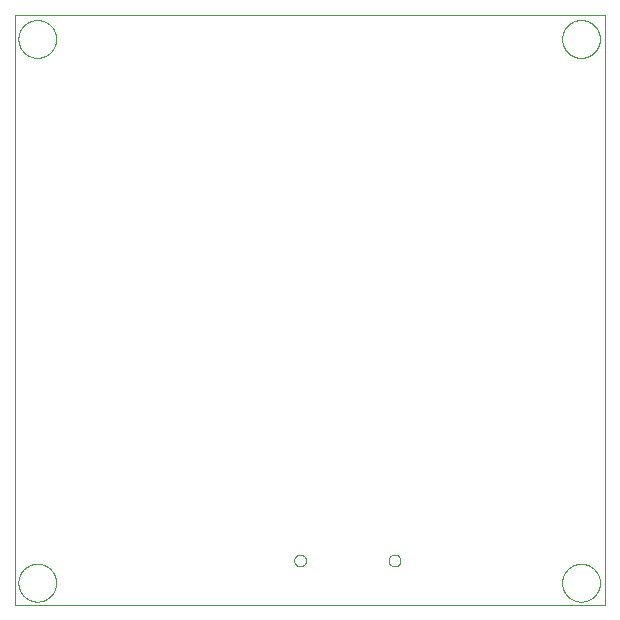
<source format=gtp>
G75*
%MOIN*%
%OFA0B0*%
%FSLAX25Y25*%
%IPPOS*%
%LPD*%
%AMOC8*
5,1,8,0,0,1.08239X$1,22.5*
%
%ADD10C,0.00000*%
D10*
X0010043Y0001800D02*
X0010043Y0198650D01*
X0206893Y0198650D01*
X0206893Y0001800D01*
X0010043Y0001800D01*
X0011244Y0009300D02*
X0011246Y0009458D01*
X0011252Y0009616D01*
X0011262Y0009774D01*
X0011276Y0009932D01*
X0011294Y0010089D01*
X0011315Y0010246D01*
X0011341Y0010402D01*
X0011371Y0010558D01*
X0011404Y0010713D01*
X0011442Y0010866D01*
X0011483Y0011019D01*
X0011528Y0011171D01*
X0011577Y0011322D01*
X0011630Y0011471D01*
X0011686Y0011619D01*
X0011746Y0011765D01*
X0011810Y0011910D01*
X0011878Y0012053D01*
X0011949Y0012195D01*
X0012023Y0012335D01*
X0012101Y0012472D01*
X0012183Y0012608D01*
X0012267Y0012742D01*
X0012356Y0012873D01*
X0012447Y0013002D01*
X0012542Y0013129D01*
X0012639Y0013254D01*
X0012740Y0013376D01*
X0012844Y0013495D01*
X0012951Y0013612D01*
X0013061Y0013726D01*
X0013174Y0013837D01*
X0013289Y0013946D01*
X0013407Y0014051D01*
X0013528Y0014153D01*
X0013651Y0014253D01*
X0013777Y0014349D01*
X0013905Y0014442D01*
X0014035Y0014532D01*
X0014168Y0014618D01*
X0014303Y0014702D01*
X0014439Y0014781D01*
X0014578Y0014858D01*
X0014719Y0014930D01*
X0014861Y0015000D01*
X0015005Y0015065D01*
X0015151Y0015127D01*
X0015298Y0015185D01*
X0015447Y0015240D01*
X0015597Y0015291D01*
X0015748Y0015338D01*
X0015900Y0015381D01*
X0016053Y0015420D01*
X0016208Y0015456D01*
X0016363Y0015487D01*
X0016519Y0015515D01*
X0016675Y0015539D01*
X0016832Y0015559D01*
X0016990Y0015575D01*
X0017147Y0015587D01*
X0017306Y0015595D01*
X0017464Y0015599D01*
X0017622Y0015599D01*
X0017780Y0015595D01*
X0017939Y0015587D01*
X0018096Y0015575D01*
X0018254Y0015559D01*
X0018411Y0015539D01*
X0018567Y0015515D01*
X0018723Y0015487D01*
X0018878Y0015456D01*
X0019033Y0015420D01*
X0019186Y0015381D01*
X0019338Y0015338D01*
X0019489Y0015291D01*
X0019639Y0015240D01*
X0019788Y0015185D01*
X0019935Y0015127D01*
X0020081Y0015065D01*
X0020225Y0015000D01*
X0020367Y0014930D01*
X0020508Y0014858D01*
X0020647Y0014781D01*
X0020783Y0014702D01*
X0020918Y0014618D01*
X0021051Y0014532D01*
X0021181Y0014442D01*
X0021309Y0014349D01*
X0021435Y0014253D01*
X0021558Y0014153D01*
X0021679Y0014051D01*
X0021797Y0013946D01*
X0021912Y0013837D01*
X0022025Y0013726D01*
X0022135Y0013612D01*
X0022242Y0013495D01*
X0022346Y0013376D01*
X0022447Y0013254D01*
X0022544Y0013129D01*
X0022639Y0013002D01*
X0022730Y0012873D01*
X0022819Y0012742D01*
X0022903Y0012608D01*
X0022985Y0012472D01*
X0023063Y0012335D01*
X0023137Y0012195D01*
X0023208Y0012053D01*
X0023276Y0011910D01*
X0023340Y0011765D01*
X0023400Y0011619D01*
X0023456Y0011471D01*
X0023509Y0011322D01*
X0023558Y0011171D01*
X0023603Y0011019D01*
X0023644Y0010866D01*
X0023682Y0010713D01*
X0023715Y0010558D01*
X0023745Y0010402D01*
X0023771Y0010246D01*
X0023792Y0010089D01*
X0023810Y0009932D01*
X0023824Y0009774D01*
X0023834Y0009616D01*
X0023840Y0009458D01*
X0023842Y0009300D01*
X0023840Y0009142D01*
X0023834Y0008984D01*
X0023824Y0008826D01*
X0023810Y0008668D01*
X0023792Y0008511D01*
X0023771Y0008354D01*
X0023745Y0008198D01*
X0023715Y0008042D01*
X0023682Y0007887D01*
X0023644Y0007734D01*
X0023603Y0007581D01*
X0023558Y0007429D01*
X0023509Y0007278D01*
X0023456Y0007129D01*
X0023400Y0006981D01*
X0023340Y0006835D01*
X0023276Y0006690D01*
X0023208Y0006547D01*
X0023137Y0006405D01*
X0023063Y0006265D01*
X0022985Y0006128D01*
X0022903Y0005992D01*
X0022819Y0005858D01*
X0022730Y0005727D01*
X0022639Y0005598D01*
X0022544Y0005471D01*
X0022447Y0005346D01*
X0022346Y0005224D01*
X0022242Y0005105D01*
X0022135Y0004988D01*
X0022025Y0004874D01*
X0021912Y0004763D01*
X0021797Y0004654D01*
X0021679Y0004549D01*
X0021558Y0004447D01*
X0021435Y0004347D01*
X0021309Y0004251D01*
X0021181Y0004158D01*
X0021051Y0004068D01*
X0020918Y0003982D01*
X0020783Y0003898D01*
X0020647Y0003819D01*
X0020508Y0003742D01*
X0020367Y0003670D01*
X0020225Y0003600D01*
X0020081Y0003535D01*
X0019935Y0003473D01*
X0019788Y0003415D01*
X0019639Y0003360D01*
X0019489Y0003309D01*
X0019338Y0003262D01*
X0019186Y0003219D01*
X0019033Y0003180D01*
X0018878Y0003144D01*
X0018723Y0003113D01*
X0018567Y0003085D01*
X0018411Y0003061D01*
X0018254Y0003041D01*
X0018096Y0003025D01*
X0017939Y0003013D01*
X0017780Y0003005D01*
X0017622Y0003001D01*
X0017464Y0003001D01*
X0017306Y0003005D01*
X0017147Y0003013D01*
X0016990Y0003025D01*
X0016832Y0003041D01*
X0016675Y0003061D01*
X0016519Y0003085D01*
X0016363Y0003113D01*
X0016208Y0003144D01*
X0016053Y0003180D01*
X0015900Y0003219D01*
X0015748Y0003262D01*
X0015597Y0003309D01*
X0015447Y0003360D01*
X0015298Y0003415D01*
X0015151Y0003473D01*
X0015005Y0003535D01*
X0014861Y0003600D01*
X0014719Y0003670D01*
X0014578Y0003742D01*
X0014439Y0003819D01*
X0014303Y0003898D01*
X0014168Y0003982D01*
X0014035Y0004068D01*
X0013905Y0004158D01*
X0013777Y0004251D01*
X0013651Y0004347D01*
X0013528Y0004447D01*
X0013407Y0004549D01*
X0013289Y0004654D01*
X0013174Y0004763D01*
X0013061Y0004874D01*
X0012951Y0004988D01*
X0012844Y0005105D01*
X0012740Y0005224D01*
X0012639Y0005346D01*
X0012542Y0005471D01*
X0012447Y0005598D01*
X0012356Y0005727D01*
X0012267Y0005858D01*
X0012183Y0005992D01*
X0012101Y0006128D01*
X0012023Y0006265D01*
X0011949Y0006405D01*
X0011878Y0006547D01*
X0011810Y0006690D01*
X0011746Y0006835D01*
X0011686Y0006981D01*
X0011630Y0007129D01*
X0011577Y0007278D01*
X0011528Y0007429D01*
X0011483Y0007581D01*
X0011442Y0007734D01*
X0011404Y0007887D01*
X0011371Y0008042D01*
X0011341Y0008198D01*
X0011315Y0008354D01*
X0011294Y0008511D01*
X0011276Y0008668D01*
X0011262Y0008826D01*
X0011252Y0008984D01*
X0011246Y0009142D01*
X0011244Y0009300D01*
X0103172Y0016692D02*
X0103174Y0016780D01*
X0103180Y0016868D01*
X0103190Y0016956D01*
X0103204Y0017044D01*
X0103221Y0017130D01*
X0103243Y0017216D01*
X0103268Y0017300D01*
X0103298Y0017384D01*
X0103330Y0017466D01*
X0103367Y0017546D01*
X0103407Y0017625D01*
X0103451Y0017702D01*
X0103498Y0017777D01*
X0103548Y0017849D01*
X0103602Y0017920D01*
X0103658Y0017987D01*
X0103718Y0018053D01*
X0103780Y0018115D01*
X0103846Y0018175D01*
X0103913Y0018231D01*
X0103984Y0018285D01*
X0104056Y0018335D01*
X0104131Y0018382D01*
X0104208Y0018426D01*
X0104287Y0018466D01*
X0104367Y0018503D01*
X0104449Y0018535D01*
X0104533Y0018565D01*
X0104617Y0018590D01*
X0104703Y0018612D01*
X0104789Y0018629D01*
X0104877Y0018643D01*
X0104965Y0018653D01*
X0105053Y0018659D01*
X0105141Y0018661D01*
X0105229Y0018659D01*
X0105317Y0018653D01*
X0105405Y0018643D01*
X0105493Y0018629D01*
X0105579Y0018612D01*
X0105665Y0018590D01*
X0105749Y0018565D01*
X0105833Y0018535D01*
X0105915Y0018503D01*
X0105995Y0018466D01*
X0106074Y0018426D01*
X0106151Y0018382D01*
X0106226Y0018335D01*
X0106298Y0018285D01*
X0106369Y0018231D01*
X0106436Y0018175D01*
X0106502Y0018115D01*
X0106564Y0018053D01*
X0106624Y0017987D01*
X0106680Y0017920D01*
X0106734Y0017849D01*
X0106784Y0017777D01*
X0106831Y0017702D01*
X0106875Y0017625D01*
X0106915Y0017546D01*
X0106952Y0017466D01*
X0106984Y0017384D01*
X0107014Y0017300D01*
X0107039Y0017216D01*
X0107061Y0017130D01*
X0107078Y0017044D01*
X0107092Y0016956D01*
X0107102Y0016868D01*
X0107108Y0016780D01*
X0107110Y0016692D01*
X0107108Y0016604D01*
X0107102Y0016516D01*
X0107092Y0016428D01*
X0107078Y0016340D01*
X0107061Y0016254D01*
X0107039Y0016168D01*
X0107014Y0016084D01*
X0106984Y0016000D01*
X0106952Y0015918D01*
X0106915Y0015838D01*
X0106875Y0015759D01*
X0106831Y0015682D01*
X0106784Y0015607D01*
X0106734Y0015535D01*
X0106680Y0015464D01*
X0106624Y0015397D01*
X0106564Y0015331D01*
X0106502Y0015269D01*
X0106436Y0015209D01*
X0106369Y0015153D01*
X0106298Y0015099D01*
X0106226Y0015049D01*
X0106151Y0015002D01*
X0106074Y0014958D01*
X0105995Y0014918D01*
X0105915Y0014881D01*
X0105833Y0014849D01*
X0105749Y0014819D01*
X0105665Y0014794D01*
X0105579Y0014772D01*
X0105493Y0014755D01*
X0105405Y0014741D01*
X0105317Y0014731D01*
X0105229Y0014725D01*
X0105141Y0014723D01*
X0105053Y0014725D01*
X0104965Y0014731D01*
X0104877Y0014741D01*
X0104789Y0014755D01*
X0104703Y0014772D01*
X0104617Y0014794D01*
X0104533Y0014819D01*
X0104449Y0014849D01*
X0104367Y0014881D01*
X0104287Y0014918D01*
X0104208Y0014958D01*
X0104131Y0015002D01*
X0104056Y0015049D01*
X0103984Y0015099D01*
X0103913Y0015153D01*
X0103846Y0015209D01*
X0103780Y0015269D01*
X0103718Y0015331D01*
X0103658Y0015397D01*
X0103602Y0015464D01*
X0103548Y0015535D01*
X0103498Y0015607D01*
X0103451Y0015682D01*
X0103407Y0015759D01*
X0103367Y0015838D01*
X0103330Y0015918D01*
X0103298Y0016000D01*
X0103268Y0016084D01*
X0103243Y0016168D01*
X0103221Y0016254D01*
X0103204Y0016340D01*
X0103190Y0016428D01*
X0103180Y0016516D01*
X0103174Y0016604D01*
X0103172Y0016692D01*
X0134668Y0016692D02*
X0134670Y0016780D01*
X0134676Y0016868D01*
X0134686Y0016956D01*
X0134700Y0017044D01*
X0134717Y0017130D01*
X0134739Y0017216D01*
X0134764Y0017300D01*
X0134794Y0017384D01*
X0134826Y0017466D01*
X0134863Y0017546D01*
X0134903Y0017625D01*
X0134947Y0017702D01*
X0134994Y0017777D01*
X0135044Y0017849D01*
X0135098Y0017920D01*
X0135154Y0017987D01*
X0135214Y0018053D01*
X0135276Y0018115D01*
X0135342Y0018175D01*
X0135409Y0018231D01*
X0135480Y0018285D01*
X0135552Y0018335D01*
X0135627Y0018382D01*
X0135704Y0018426D01*
X0135783Y0018466D01*
X0135863Y0018503D01*
X0135945Y0018535D01*
X0136029Y0018565D01*
X0136113Y0018590D01*
X0136199Y0018612D01*
X0136285Y0018629D01*
X0136373Y0018643D01*
X0136461Y0018653D01*
X0136549Y0018659D01*
X0136637Y0018661D01*
X0136725Y0018659D01*
X0136813Y0018653D01*
X0136901Y0018643D01*
X0136989Y0018629D01*
X0137075Y0018612D01*
X0137161Y0018590D01*
X0137245Y0018565D01*
X0137329Y0018535D01*
X0137411Y0018503D01*
X0137491Y0018466D01*
X0137570Y0018426D01*
X0137647Y0018382D01*
X0137722Y0018335D01*
X0137794Y0018285D01*
X0137865Y0018231D01*
X0137932Y0018175D01*
X0137998Y0018115D01*
X0138060Y0018053D01*
X0138120Y0017987D01*
X0138176Y0017920D01*
X0138230Y0017849D01*
X0138280Y0017777D01*
X0138327Y0017702D01*
X0138371Y0017625D01*
X0138411Y0017546D01*
X0138448Y0017466D01*
X0138480Y0017384D01*
X0138510Y0017300D01*
X0138535Y0017216D01*
X0138557Y0017130D01*
X0138574Y0017044D01*
X0138588Y0016956D01*
X0138598Y0016868D01*
X0138604Y0016780D01*
X0138606Y0016692D01*
X0138604Y0016604D01*
X0138598Y0016516D01*
X0138588Y0016428D01*
X0138574Y0016340D01*
X0138557Y0016254D01*
X0138535Y0016168D01*
X0138510Y0016084D01*
X0138480Y0016000D01*
X0138448Y0015918D01*
X0138411Y0015838D01*
X0138371Y0015759D01*
X0138327Y0015682D01*
X0138280Y0015607D01*
X0138230Y0015535D01*
X0138176Y0015464D01*
X0138120Y0015397D01*
X0138060Y0015331D01*
X0137998Y0015269D01*
X0137932Y0015209D01*
X0137865Y0015153D01*
X0137794Y0015099D01*
X0137722Y0015049D01*
X0137647Y0015002D01*
X0137570Y0014958D01*
X0137491Y0014918D01*
X0137411Y0014881D01*
X0137329Y0014849D01*
X0137245Y0014819D01*
X0137161Y0014794D01*
X0137075Y0014772D01*
X0136989Y0014755D01*
X0136901Y0014741D01*
X0136813Y0014731D01*
X0136725Y0014725D01*
X0136637Y0014723D01*
X0136549Y0014725D01*
X0136461Y0014731D01*
X0136373Y0014741D01*
X0136285Y0014755D01*
X0136199Y0014772D01*
X0136113Y0014794D01*
X0136029Y0014819D01*
X0135945Y0014849D01*
X0135863Y0014881D01*
X0135783Y0014918D01*
X0135704Y0014958D01*
X0135627Y0015002D01*
X0135552Y0015049D01*
X0135480Y0015099D01*
X0135409Y0015153D01*
X0135342Y0015209D01*
X0135276Y0015269D01*
X0135214Y0015331D01*
X0135154Y0015397D01*
X0135098Y0015464D01*
X0135044Y0015535D01*
X0134994Y0015607D01*
X0134947Y0015682D01*
X0134903Y0015759D01*
X0134863Y0015838D01*
X0134826Y0015918D01*
X0134794Y0016000D01*
X0134764Y0016084D01*
X0134739Y0016168D01*
X0134717Y0016254D01*
X0134700Y0016340D01*
X0134686Y0016428D01*
X0134676Y0016516D01*
X0134670Y0016604D01*
X0134668Y0016692D01*
X0192494Y0009300D02*
X0192496Y0009458D01*
X0192502Y0009616D01*
X0192512Y0009774D01*
X0192526Y0009932D01*
X0192544Y0010089D01*
X0192565Y0010246D01*
X0192591Y0010402D01*
X0192621Y0010558D01*
X0192654Y0010713D01*
X0192692Y0010866D01*
X0192733Y0011019D01*
X0192778Y0011171D01*
X0192827Y0011322D01*
X0192880Y0011471D01*
X0192936Y0011619D01*
X0192996Y0011765D01*
X0193060Y0011910D01*
X0193128Y0012053D01*
X0193199Y0012195D01*
X0193273Y0012335D01*
X0193351Y0012472D01*
X0193433Y0012608D01*
X0193517Y0012742D01*
X0193606Y0012873D01*
X0193697Y0013002D01*
X0193792Y0013129D01*
X0193889Y0013254D01*
X0193990Y0013376D01*
X0194094Y0013495D01*
X0194201Y0013612D01*
X0194311Y0013726D01*
X0194424Y0013837D01*
X0194539Y0013946D01*
X0194657Y0014051D01*
X0194778Y0014153D01*
X0194901Y0014253D01*
X0195027Y0014349D01*
X0195155Y0014442D01*
X0195285Y0014532D01*
X0195418Y0014618D01*
X0195553Y0014702D01*
X0195689Y0014781D01*
X0195828Y0014858D01*
X0195969Y0014930D01*
X0196111Y0015000D01*
X0196255Y0015065D01*
X0196401Y0015127D01*
X0196548Y0015185D01*
X0196697Y0015240D01*
X0196847Y0015291D01*
X0196998Y0015338D01*
X0197150Y0015381D01*
X0197303Y0015420D01*
X0197458Y0015456D01*
X0197613Y0015487D01*
X0197769Y0015515D01*
X0197925Y0015539D01*
X0198082Y0015559D01*
X0198240Y0015575D01*
X0198397Y0015587D01*
X0198556Y0015595D01*
X0198714Y0015599D01*
X0198872Y0015599D01*
X0199030Y0015595D01*
X0199189Y0015587D01*
X0199346Y0015575D01*
X0199504Y0015559D01*
X0199661Y0015539D01*
X0199817Y0015515D01*
X0199973Y0015487D01*
X0200128Y0015456D01*
X0200283Y0015420D01*
X0200436Y0015381D01*
X0200588Y0015338D01*
X0200739Y0015291D01*
X0200889Y0015240D01*
X0201038Y0015185D01*
X0201185Y0015127D01*
X0201331Y0015065D01*
X0201475Y0015000D01*
X0201617Y0014930D01*
X0201758Y0014858D01*
X0201897Y0014781D01*
X0202033Y0014702D01*
X0202168Y0014618D01*
X0202301Y0014532D01*
X0202431Y0014442D01*
X0202559Y0014349D01*
X0202685Y0014253D01*
X0202808Y0014153D01*
X0202929Y0014051D01*
X0203047Y0013946D01*
X0203162Y0013837D01*
X0203275Y0013726D01*
X0203385Y0013612D01*
X0203492Y0013495D01*
X0203596Y0013376D01*
X0203697Y0013254D01*
X0203794Y0013129D01*
X0203889Y0013002D01*
X0203980Y0012873D01*
X0204069Y0012742D01*
X0204153Y0012608D01*
X0204235Y0012472D01*
X0204313Y0012335D01*
X0204387Y0012195D01*
X0204458Y0012053D01*
X0204526Y0011910D01*
X0204590Y0011765D01*
X0204650Y0011619D01*
X0204706Y0011471D01*
X0204759Y0011322D01*
X0204808Y0011171D01*
X0204853Y0011019D01*
X0204894Y0010866D01*
X0204932Y0010713D01*
X0204965Y0010558D01*
X0204995Y0010402D01*
X0205021Y0010246D01*
X0205042Y0010089D01*
X0205060Y0009932D01*
X0205074Y0009774D01*
X0205084Y0009616D01*
X0205090Y0009458D01*
X0205092Y0009300D01*
X0205090Y0009142D01*
X0205084Y0008984D01*
X0205074Y0008826D01*
X0205060Y0008668D01*
X0205042Y0008511D01*
X0205021Y0008354D01*
X0204995Y0008198D01*
X0204965Y0008042D01*
X0204932Y0007887D01*
X0204894Y0007734D01*
X0204853Y0007581D01*
X0204808Y0007429D01*
X0204759Y0007278D01*
X0204706Y0007129D01*
X0204650Y0006981D01*
X0204590Y0006835D01*
X0204526Y0006690D01*
X0204458Y0006547D01*
X0204387Y0006405D01*
X0204313Y0006265D01*
X0204235Y0006128D01*
X0204153Y0005992D01*
X0204069Y0005858D01*
X0203980Y0005727D01*
X0203889Y0005598D01*
X0203794Y0005471D01*
X0203697Y0005346D01*
X0203596Y0005224D01*
X0203492Y0005105D01*
X0203385Y0004988D01*
X0203275Y0004874D01*
X0203162Y0004763D01*
X0203047Y0004654D01*
X0202929Y0004549D01*
X0202808Y0004447D01*
X0202685Y0004347D01*
X0202559Y0004251D01*
X0202431Y0004158D01*
X0202301Y0004068D01*
X0202168Y0003982D01*
X0202033Y0003898D01*
X0201897Y0003819D01*
X0201758Y0003742D01*
X0201617Y0003670D01*
X0201475Y0003600D01*
X0201331Y0003535D01*
X0201185Y0003473D01*
X0201038Y0003415D01*
X0200889Y0003360D01*
X0200739Y0003309D01*
X0200588Y0003262D01*
X0200436Y0003219D01*
X0200283Y0003180D01*
X0200128Y0003144D01*
X0199973Y0003113D01*
X0199817Y0003085D01*
X0199661Y0003061D01*
X0199504Y0003041D01*
X0199346Y0003025D01*
X0199189Y0003013D01*
X0199030Y0003005D01*
X0198872Y0003001D01*
X0198714Y0003001D01*
X0198556Y0003005D01*
X0198397Y0003013D01*
X0198240Y0003025D01*
X0198082Y0003041D01*
X0197925Y0003061D01*
X0197769Y0003085D01*
X0197613Y0003113D01*
X0197458Y0003144D01*
X0197303Y0003180D01*
X0197150Y0003219D01*
X0196998Y0003262D01*
X0196847Y0003309D01*
X0196697Y0003360D01*
X0196548Y0003415D01*
X0196401Y0003473D01*
X0196255Y0003535D01*
X0196111Y0003600D01*
X0195969Y0003670D01*
X0195828Y0003742D01*
X0195689Y0003819D01*
X0195553Y0003898D01*
X0195418Y0003982D01*
X0195285Y0004068D01*
X0195155Y0004158D01*
X0195027Y0004251D01*
X0194901Y0004347D01*
X0194778Y0004447D01*
X0194657Y0004549D01*
X0194539Y0004654D01*
X0194424Y0004763D01*
X0194311Y0004874D01*
X0194201Y0004988D01*
X0194094Y0005105D01*
X0193990Y0005224D01*
X0193889Y0005346D01*
X0193792Y0005471D01*
X0193697Y0005598D01*
X0193606Y0005727D01*
X0193517Y0005858D01*
X0193433Y0005992D01*
X0193351Y0006128D01*
X0193273Y0006265D01*
X0193199Y0006405D01*
X0193128Y0006547D01*
X0193060Y0006690D01*
X0192996Y0006835D01*
X0192936Y0006981D01*
X0192880Y0007129D01*
X0192827Y0007278D01*
X0192778Y0007429D01*
X0192733Y0007581D01*
X0192692Y0007734D01*
X0192654Y0007887D01*
X0192621Y0008042D01*
X0192591Y0008198D01*
X0192565Y0008354D01*
X0192544Y0008511D01*
X0192526Y0008668D01*
X0192512Y0008826D01*
X0192502Y0008984D01*
X0192496Y0009142D01*
X0192494Y0009300D01*
X0192494Y0190550D02*
X0192496Y0190708D01*
X0192502Y0190866D01*
X0192512Y0191024D01*
X0192526Y0191182D01*
X0192544Y0191339D01*
X0192565Y0191496D01*
X0192591Y0191652D01*
X0192621Y0191808D01*
X0192654Y0191963D01*
X0192692Y0192116D01*
X0192733Y0192269D01*
X0192778Y0192421D01*
X0192827Y0192572D01*
X0192880Y0192721D01*
X0192936Y0192869D01*
X0192996Y0193015D01*
X0193060Y0193160D01*
X0193128Y0193303D01*
X0193199Y0193445D01*
X0193273Y0193585D01*
X0193351Y0193722D01*
X0193433Y0193858D01*
X0193517Y0193992D01*
X0193606Y0194123D01*
X0193697Y0194252D01*
X0193792Y0194379D01*
X0193889Y0194504D01*
X0193990Y0194626D01*
X0194094Y0194745D01*
X0194201Y0194862D01*
X0194311Y0194976D01*
X0194424Y0195087D01*
X0194539Y0195196D01*
X0194657Y0195301D01*
X0194778Y0195403D01*
X0194901Y0195503D01*
X0195027Y0195599D01*
X0195155Y0195692D01*
X0195285Y0195782D01*
X0195418Y0195868D01*
X0195553Y0195952D01*
X0195689Y0196031D01*
X0195828Y0196108D01*
X0195969Y0196180D01*
X0196111Y0196250D01*
X0196255Y0196315D01*
X0196401Y0196377D01*
X0196548Y0196435D01*
X0196697Y0196490D01*
X0196847Y0196541D01*
X0196998Y0196588D01*
X0197150Y0196631D01*
X0197303Y0196670D01*
X0197458Y0196706D01*
X0197613Y0196737D01*
X0197769Y0196765D01*
X0197925Y0196789D01*
X0198082Y0196809D01*
X0198240Y0196825D01*
X0198397Y0196837D01*
X0198556Y0196845D01*
X0198714Y0196849D01*
X0198872Y0196849D01*
X0199030Y0196845D01*
X0199189Y0196837D01*
X0199346Y0196825D01*
X0199504Y0196809D01*
X0199661Y0196789D01*
X0199817Y0196765D01*
X0199973Y0196737D01*
X0200128Y0196706D01*
X0200283Y0196670D01*
X0200436Y0196631D01*
X0200588Y0196588D01*
X0200739Y0196541D01*
X0200889Y0196490D01*
X0201038Y0196435D01*
X0201185Y0196377D01*
X0201331Y0196315D01*
X0201475Y0196250D01*
X0201617Y0196180D01*
X0201758Y0196108D01*
X0201897Y0196031D01*
X0202033Y0195952D01*
X0202168Y0195868D01*
X0202301Y0195782D01*
X0202431Y0195692D01*
X0202559Y0195599D01*
X0202685Y0195503D01*
X0202808Y0195403D01*
X0202929Y0195301D01*
X0203047Y0195196D01*
X0203162Y0195087D01*
X0203275Y0194976D01*
X0203385Y0194862D01*
X0203492Y0194745D01*
X0203596Y0194626D01*
X0203697Y0194504D01*
X0203794Y0194379D01*
X0203889Y0194252D01*
X0203980Y0194123D01*
X0204069Y0193992D01*
X0204153Y0193858D01*
X0204235Y0193722D01*
X0204313Y0193585D01*
X0204387Y0193445D01*
X0204458Y0193303D01*
X0204526Y0193160D01*
X0204590Y0193015D01*
X0204650Y0192869D01*
X0204706Y0192721D01*
X0204759Y0192572D01*
X0204808Y0192421D01*
X0204853Y0192269D01*
X0204894Y0192116D01*
X0204932Y0191963D01*
X0204965Y0191808D01*
X0204995Y0191652D01*
X0205021Y0191496D01*
X0205042Y0191339D01*
X0205060Y0191182D01*
X0205074Y0191024D01*
X0205084Y0190866D01*
X0205090Y0190708D01*
X0205092Y0190550D01*
X0205090Y0190392D01*
X0205084Y0190234D01*
X0205074Y0190076D01*
X0205060Y0189918D01*
X0205042Y0189761D01*
X0205021Y0189604D01*
X0204995Y0189448D01*
X0204965Y0189292D01*
X0204932Y0189137D01*
X0204894Y0188984D01*
X0204853Y0188831D01*
X0204808Y0188679D01*
X0204759Y0188528D01*
X0204706Y0188379D01*
X0204650Y0188231D01*
X0204590Y0188085D01*
X0204526Y0187940D01*
X0204458Y0187797D01*
X0204387Y0187655D01*
X0204313Y0187515D01*
X0204235Y0187378D01*
X0204153Y0187242D01*
X0204069Y0187108D01*
X0203980Y0186977D01*
X0203889Y0186848D01*
X0203794Y0186721D01*
X0203697Y0186596D01*
X0203596Y0186474D01*
X0203492Y0186355D01*
X0203385Y0186238D01*
X0203275Y0186124D01*
X0203162Y0186013D01*
X0203047Y0185904D01*
X0202929Y0185799D01*
X0202808Y0185697D01*
X0202685Y0185597D01*
X0202559Y0185501D01*
X0202431Y0185408D01*
X0202301Y0185318D01*
X0202168Y0185232D01*
X0202033Y0185148D01*
X0201897Y0185069D01*
X0201758Y0184992D01*
X0201617Y0184920D01*
X0201475Y0184850D01*
X0201331Y0184785D01*
X0201185Y0184723D01*
X0201038Y0184665D01*
X0200889Y0184610D01*
X0200739Y0184559D01*
X0200588Y0184512D01*
X0200436Y0184469D01*
X0200283Y0184430D01*
X0200128Y0184394D01*
X0199973Y0184363D01*
X0199817Y0184335D01*
X0199661Y0184311D01*
X0199504Y0184291D01*
X0199346Y0184275D01*
X0199189Y0184263D01*
X0199030Y0184255D01*
X0198872Y0184251D01*
X0198714Y0184251D01*
X0198556Y0184255D01*
X0198397Y0184263D01*
X0198240Y0184275D01*
X0198082Y0184291D01*
X0197925Y0184311D01*
X0197769Y0184335D01*
X0197613Y0184363D01*
X0197458Y0184394D01*
X0197303Y0184430D01*
X0197150Y0184469D01*
X0196998Y0184512D01*
X0196847Y0184559D01*
X0196697Y0184610D01*
X0196548Y0184665D01*
X0196401Y0184723D01*
X0196255Y0184785D01*
X0196111Y0184850D01*
X0195969Y0184920D01*
X0195828Y0184992D01*
X0195689Y0185069D01*
X0195553Y0185148D01*
X0195418Y0185232D01*
X0195285Y0185318D01*
X0195155Y0185408D01*
X0195027Y0185501D01*
X0194901Y0185597D01*
X0194778Y0185697D01*
X0194657Y0185799D01*
X0194539Y0185904D01*
X0194424Y0186013D01*
X0194311Y0186124D01*
X0194201Y0186238D01*
X0194094Y0186355D01*
X0193990Y0186474D01*
X0193889Y0186596D01*
X0193792Y0186721D01*
X0193697Y0186848D01*
X0193606Y0186977D01*
X0193517Y0187108D01*
X0193433Y0187242D01*
X0193351Y0187378D01*
X0193273Y0187515D01*
X0193199Y0187655D01*
X0193128Y0187797D01*
X0193060Y0187940D01*
X0192996Y0188085D01*
X0192936Y0188231D01*
X0192880Y0188379D01*
X0192827Y0188528D01*
X0192778Y0188679D01*
X0192733Y0188831D01*
X0192692Y0188984D01*
X0192654Y0189137D01*
X0192621Y0189292D01*
X0192591Y0189448D01*
X0192565Y0189604D01*
X0192544Y0189761D01*
X0192526Y0189918D01*
X0192512Y0190076D01*
X0192502Y0190234D01*
X0192496Y0190392D01*
X0192494Y0190550D01*
X0011244Y0190550D02*
X0011246Y0190708D01*
X0011252Y0190866D01*
X0011262Y0191024D01*
X0011276Y0191182D01*
X0011294Y0191339D01*
X0011315Y0191496D01*
X0011341Y0191652D01*
X0011371Y0191808D01*
X0011404Y0191963D01*
X0011442Y0192116D01*
X0011483Y0192269D01*
X0011528Y0192421D01*
X0011577Y0192572D01*
X0011630Y0192721D01*
X0011686Y0192869D01*
X0011746Y0193015D01*
X0011810Y0193160D01*
X0011878Y0193303D01*
X0011949Y0193445D01*
X0012023Y0193585D01*
X0012101Y0193722D01*
X0012183Y0193858D01*
X0012267Y0193992D01*
X0012356Y0194123D01*
X0012447Y0194252D01*
X0012542Y0194379D01*
X0012639Y0194504D01*
X0012740Y0194626D01*
X0012844Y0194745D01*
X0012951Y0194862D01*
X0013061Y0194976D01*
X0013174Y0195087D01*
X0013289Y0195196D01*
X0013407Y0195301D01*
X0013528Y0195403D01*
X0013651Y0195503D01*
X0013777Y0195599D01*
X0013905Y0195692D01*
X0014035Y0195782D01*
X0014168Y0195868D01*
X0014303Y0195952D01*
X0014439Y0196031D01*
X0014578Y0196108D01*
X0014719Y0196180D01*
X0014861Y0196250D01*
X0015005Y0196315D01*
X0015151Y0196377D01*
X0015298Y0196435D01*
X0015447Y0196490D01*
X0015597Y0196541D01*
X0015748Y0196588D01*
X0015900Y0196631D01*
X0016053Y0196670D01*
X0016208Y0196706D01*
X0016363Y0196737D01*
X0016519Y0196765D01*
X0016675Y0196789D01*
X0016832Y0196809D01*
X0016990Y0196825D01*
X0017147Y0196837D01*
X0017306Y0196845D01*
X0017464Y0196849D01*
X0017622Y0196849D01*
X0017780Y0196845D01*
X0017939Y0196837D01*
X0018096Y0196825D01*
X0018254Y0196809D01*
X0018411Y0196789D01*
X0018567Y0196765D01*
X0018723Y0196737D01*
X0018878Y0196706D01*
X0019033Y0196670D01*
X0019186Y0196631D01*
X0019338Y0196588D01*
X0019489Y0196541D01*
X0019639Y0196490D01*
X0019788Y0196435D01*
X0019935Y0196377D01*
X0020081Y0196315D01*
X0020225Y0196250D01*
X0020367Y0196180D01*
X0020508Y0196108D01*
X0020647Y0196031D01*
X0020783Y0195952D01*
X0020918Y0195868D01*
X0021051Y0195782D01*
X0021181Y0195692D01*
X0021309Y0195599D01*
X0021435Y0195503D01*
X0021558Y0195403D01*
X0021679Y0195301D01*
X0021797Y0195196D01*
X0021912Y0195087D01*
X0022025Y0194976D01*
X0022135Y0194862D01*
X0022242Y0194745D01*
X0022346Y0194626D01*
X0022447Y0194504D01*
X0022544Y0194379D01*
X0022639Y0194252D01*
X0022730Y0194123D01*
X0022819Y0193992D01*
X0022903Y0193858D01*
X0022985Y0193722D01*
X0023063Y0193585D01*
X0023137Y0193445D01*
X0023208Y0193303D01*
X0023276Y0193160D01*
X0023340Y0193015D01*
X0023400Y0192869D01*
X0023456Y0192721D01*
X0023509Y0192572D01*
X0023558Y0192421D01*
X0023603Y0192269D01*
X0023644Y0192116D01*
X0023682Y0191963D01*
X0023715Y0191808D01*
X0023745Y0191652D01*
X0023771Y0191496D01*
X0023792Y0191339D01*
X0023810Y0191182D01*
X0023824Y0191024D01*
X0023834Y0190866D01*
X0023840Y0190708D01*
X0023842Y0190550D01*
X0023840Y0190392D01*
X0023834Y0190234D01*
X0023824Y0190076D01*
X0023810Y0189918D01*
X0023792Y0189761D01*
X0023771Y0189604D01*
X0023745Y0189448D01*
X0023715Y0189292D01*
X0023682Y0189137D01*
X0023644Y0188984D01*
X0023603Y0188831D01*
X0023558Y0188679D01*
X0023509Y0188528D01*
X0023456Y0188379D01*
X0023400Y0188231D01*
X0023340Y0188085D01*
X0023276Y0187940D01*
X0023208Y0187797D01*
X0023137Y0187655D01*
X0023063Y0187515D01*
X0022985Y0187378D01*
X0022903Y0187242D01*
X0022819Y0187108D01*
X0022730Y0186977D01*
X0022639Y0186848D01*
X0022544Y0186721D01*
X0022447Y0186596D01*
X0022346Y0186474D01*
X0022242Y0186355D01*
X0022135Y0186238D01*
X0022025Y0186124D01*
X0021912Y0186013D01*
X0021797Y0185904D01*
X0021679Y0185799D01*
X0021558Y0185697D01*
X0021435Y0185597D01*
X0021309Y0185501D01*
X0021181Y0185408D01*
X0021051Y0185318D01*
X0020918Y0185232D01*
X0020783Y0185148D01*
X0020647Y0185069D01*
X0020508Y0184992D01*
X0020367Y0184920D01*
X0020225Y0184850D01*
X0020081Y0184785D01*
X0019935Y0184723D01*
X0019788Y0184665D01*
X0019639Y0184610D01*
X0019489Y0184559D01*
X0019338Y0184512D01*
X0019186Y0184469D01*
X0019033Y0184430D01*
X0018878Y0184394D01*
X0018723Y0184363D01*
X0018567Y0184335D01*
X0018411Y0184311D01*
X0018254Y0184291D01*
X0018096Y0184275D01*
X0017939Y0184263D01*
X0017780Y0184255D01*
X0017622Y0184251D01*
X0017464Y0184251D01*
X0017306Y0184255D01*
X0017147Y0184263D01*
X0016990Y0184275D01*
X0016832Y0184291D01*
X0016675Y0184311D01*
X0016519Y0184335D01*
X0016363Y0184363D01*
X0016208Y0184394D01*
X0016053Y0184430D01*
X0015900Y0184469D01*
X0015748Y0184512D01*
X0015597Y0184559D01*
X0015447Y0184610D01*
X0015298Y0184665D01*
X0015151Y0184723D01*
X0015005Y0184785D01*
X0014861Y0184850D01*
X0014719Y0184920D01*
X0014578Y0184992D01*
X0014439Y0185069D01*
X0014303Y0185148D01*
X0014168Y0185232D01*
X0014035Y0185318D01*
X0013905Y0185408D01*
X0013777Y0185501D01*
X0013651Y0185597D01*
X0013528Y0185697D01*
X0013407Y0185799D01*
X0013289Y0185904D01*
X0013174Y0186013D01*
X0013061Y0186124D01*
X0012951Y0186238D01*
X0012844Y0186355D01*
X0012740Y0186474D01*
X0012639Y0186596D01*
X0012542Y0186721D01*
X0012447Y0186848D01*
X0012356Y0186977D01*
X0012267Y0187108D01*
X0012183Y0187242D01*
X0012101Y0187378D01*
X0012023Y0187515D01*
X0011949Y0187655D01*
X0011878Y0187797D01*
X0011810Y0187940D01*
X0011746Y0188085D01*
X0011686Y0188231D01*
X0011630Y0188379D01*
X0011577Y0188528D01*
X0011528Y0188679D01*
X0011483Y0188831D01*
X0011442Y0188984D01*
X0011404Y0189137D01*
X0011371Y0189292D01*
X0011341Y0189448D01*
X0011315Y0189604D01*
X0011294Y0189761D01*
X0011276Y0189918D01*
X0011262Y0190076D01*
X0011252Y0190234D01*
X0011246Y0190392D01*
X0011244Y0190550D01*
M02*

</source>
